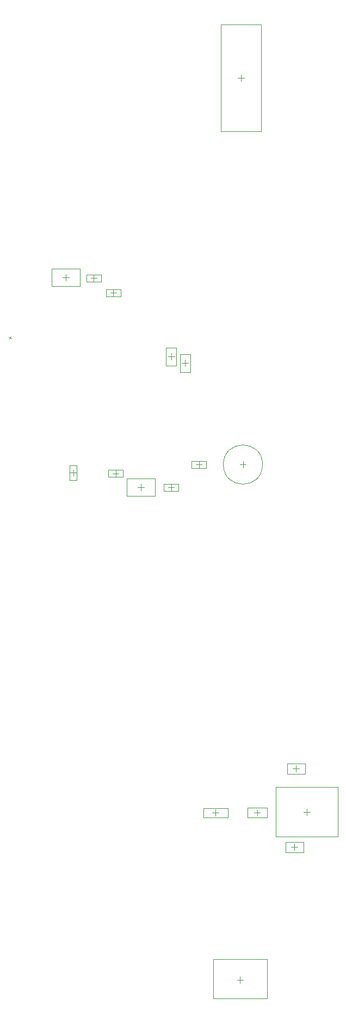
<source format=gbr>
%TF.GenerationSoftware,Altium Limited,Altium Designer,18.1.6 (161)*%
G04 Layer_Color=32768*
%FSLAX26Y26*%
%MOIN*%
%TF.FileFunction,Other,Mechanical_15*%
%TF.Part,Single*%
G01*
G75*
%TA.AperFunction,NonConductor*%
%ADD34C,0.003937*%
%ADD59C,0.001968*%
D34*
X4794079Y5875000D02*
G03*
X4794079Y5875000I-120079J0D01*
G01*
X4654315D02*
X4693685D01*
X4674000Y5855315D02*
Y5894685D01*
X4235000Y6515315D02*
Y6554685D01*
X4215315Y6535000D02*
X4254685D01*
X4319292Y6475315D02*
Y6514685D01*
X4299607Y6495000D02*
X4338977D01*
X4980315Y4015000D02*
X5019685D01*
X5000000Y3995315D02*
Y4034685D01*
X3237974Y6654942D02*
X3255295Y6644942D01*
X3241635Y6641282D02*
X3251635Y6658602D01*
X4663337Y8220315D02*
Y8259685D01*
X4643652Y8240000D02*
X4683022D01*
X4637343Y2722874D02*
X4676713D01*
X4657028Y2703189D02*
Y2742559D01*
X4970315Y3535000D02*
X5009685D01*
X4990000Y3515315D02*
Y3554685D01*
X5045315Y3750000D02*
X5084685D01*
X5065000Y3730315D02*
Y3769685D01*
X4506693Y3725315D02*
Y3764685D01*
X4487008Y3745000D02*
X4526378D01*
X4030315Y5735000D02*
X4069685D01*
X4050000Y5715315D02*
Y5754685D01*
X3570315Y7020000D02*
X3609685D01*
X3590000Y7000315D02*
Y7039685D01*
D59*
X4203504Y6590118D02*
X4266496D01*
X4203504Y6479882D02*
X4266496D01*
X4203504D02*
Y6590118D01*
X4266496Y6479882D02*
Y6590118D01*
X4287796Y6550118D02*
X4350788D01*
X4287796Y6439882D02*
X4350788D01*
X4287796D02*
Y6550118D01*
X4350788Y6439882D02*
Y6550118D01*
X4944882Y3983504D02*
Y4046496D01*
X5055118Y3983504D02*
Y4046496D01*
X4944882Y3983504D02*
X5055118D01*
X4944882Y4046496D02*
X5055118D01*
X3613347Y5779725D02*
X3656654D01*
X3613347Y5870276D02*
X3656654D01*
Y5779725D02*
Y5870276D01*
X3613347Y5779725D02*
Y5870276D01*
X3635000Y5806299D02*
Y5843701D01*
X3616299Y5825000D02*
X3653701D01*
X3714724Y6993346D02*
Y7036654D01*
X3805276Y6993346D02*
Y7036654D01*
X3714724Y6993346D02*
X3805276D01*
X3714724Y7036654D02*
X3805276D01*
X3741299Y7015000D02*
X3778701D01*
X3760000Y6996299D02*
Y7033701D01*
X3925276Y6903346D02*
Y6946654D01*
X3834724Y6903346D02*
Y6946654D01*
X3925276D01*
X3834724Y6903346D02*
X3925276D01*
X3861299Y6925000D02*
X3898701D01*
X3880000Y6906299D02*
Y6943701D01*
X4539518Y8566850D02*
X4787156D01*
Y7913130D02*
Y8566850D01*
X4539518Y7913130D02*
Y8566850D01*
Y7913130D02*
X4787156Y7913110D01*
X4491673Y2850827D02*
X4822382D01*
Y2609488D02*
Y2850827D01*
X4491673Y2609488D02*
X4822382D01*
X4491673D02*
Y2850827D01*
X4761693Y3726299D02*
Y3763701D01*
X4742992Y3745000D02*
X4780394D01*
X4702638Y3774527D02*
X4820748D01*
X4702638Y3715472D02*
X4820748D01*
Y3774527D01*
X4702638Y3715472D02*
Y3774527D01*
X4934882Y3503504D02*
Y3566496D01*
X5045118Y3503504D02*
Y3566496D01*
X4934882Y3503504D02*
X5045118D01*
X4934882Y3566496D02*
X5045118D01*
X5253976Y3598425D02*
Y3901575D01*
X4876024Y3598425D02*
Y3901575D01*
X5253976D01*
X4876024Y3598425D02*
X5253976D01*
X4431890Y3773543D02*
X4581496D01*
X4431890Y3716456D02*
Y3773543D01*
X4581496Y3716456D02*
Y3773543D01*
X4431890Y3716456D02*
X4581496D01*
X4280275Y5713346D02*
Y5756654D01*
X4189724Y5713346D02*
Y5756654D01*
X4280275D01*
X4189724Y5713346D02*
X4280275D01*
X4216299Y5735000D02*
X4253701D01*
X4235000Y5716299D02*
Y5753701D01*
X3963386Y5788150D02*
X4136614D01*
Y5681850D02*
Y5788150D01*
X3963386Y5681850D02*
X4136614D01*
X3963386D02*
Y5788150D01*
X4450275Y5853346D02*
Y5896654D01*
X4359724Y5853346D02*
Y5896654D01*
X4450275D01*
X4359724Y5853346D02*
X4450275D01*
X4386299Y5875000D02*
X4423701D01*
X4405000Y5856299D02*
Y5893701D01*
X3849724Y5798346D02*
Y5841654D01*
X3940276Y5798346D02*
Y5841654D01*
X3849724Y5798346D02*
X3940276D01*
X3849724Y5841654D02*
X3940276D01*
X3876299Y5820000D02*
X3913701D01*
X3895000Y5801299D02*
Y5838701D01*
X3503386Y6966850D02*
X3676614D01*
X3503386D02*
Y7073150D01*
X3676614D01*
Y6966850D02*
Y7073150D01*
%TF.MD5,2da25d39737e6d408a6e56706ce52f55*%
M02*

</source>
